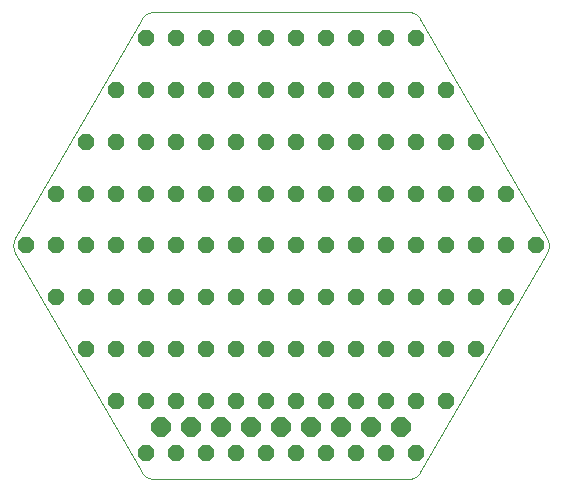
<source format=gbs>
G75*
G70*
%OFA0B0*%
%FSLAX24Y24*%
%IPPOS*%
%LPD*%
%AMOC8*
5,1,8,0,0,1.08239X$1,22.5*
%
%ADD10C,0.0000*%
%ADD11OC8,0.0560*%
%ADD12OC8,0.0640*%
D10*
X004378Y000350D02*
X000167Y007644D01*
X000147Y007683D01*
X000130Y007723D01*
X000117Y007765D01*
X000108Y007807D01*
X000102Y007850D01*
X000100Y007894D01*
X000102Y007938D01*
X000108Y007981D01*
X000117Y008023D01*
X000130Y008065D01*
X000147Y008105D01*
X000167Y008144D01*
X004378Y015438D01*
X004401Y015475D01*
X004428Y015509D01*
X004457Y015542D01*
X004490Y015571D01*
X004524Y015598D01*
X004561Y015621D01*
X004600Y015641D01*
X004640Y015658D01*
X004682Y015671D01*
X004724Y015680D01*
X004767Y015686D01*
X004811Y015688D01*
X013234Y015688D01*
X013667Y015438D02*
X017878Y008144D01*
X017898Y008105D01*
X017915Y008065D01*
X017928Y008023D01*
X017937Y007981D01*
X017943Y007938D01*
X017945Y007894D01*
X017943Y007850D01*
X017937Y007807D01*
X017928Y007765D01*
X017915Y007723D01*
X017898Y007683D01*
X017878Y007644D01*
X013667Y000350D01*
X013234Y000100D02*
X004811Y000100D01*
X004767Y000102D01*
X004724Y000108D01*
X004682Y000117D01*
X004640Y000130D01*
X004600Y000147D01*
X004561Y000167D01*
X004524Y000190D01*
X004490Y000217D01*
X004457Y000246D01*
X004428Y000279D01*
X004401Y000313D01*
X004378Y000350D01*
X013234Y000100D02*
X013278Y000102D01*
X013321Y000108D01*
X013363Y000117D01*
X013405Y000130D01*
X013445Y000147D01*
X013484Y000167D01*
X013521Y000190D01*
X013555Y000217D01*
X013588Y000246D01*
X013617Y000279D01*
X013644Y000313D01*
X013667Y000350D01*
X013667Y015438D02*
X013644Y015475D01*
X013617Y015509D01*
X013588Y015542D01*
X013555Y015571D01*
X013521Y015598D01*
X013484Y015621D01*
X013445Y015641D01*
X013405Y015658D01*
X013363Y015671D01*
X013321Y015680D01*
X013278Y015686D01*
X013234Y015688D01*
D11*
X003523Y002698D03*
X004523Y002698D03*
X005523Y002698D03*
X006523Y002698D03*
X007523Y002698D03*
X008523Y002698D03*
X009523Y002698D03*
X010523Y002698D03*
X011523Y002698D03*
X012523Y002698D03*
X013523Y002698D03*
X014523Y002698D03*
X014523Y004430D03*
X015523Y004430D03*
X015523Y006162D03*
X016523Y006162D03*
X014523Y006162D03*
X013523Y006162D03*
X012523Y006162D03*
X011523Y006162D03*
X010523Y006162D03*
X009523Y006162D03*
X008523Y006162D03*
X007523Y006162D03*
X006523Y006162D03*
X005523Y006162D03*
X004523Y006162D03*
X003523Y006162D03*
X002523Y006162D03*
X001523Y006162D03*
X001523Y007894D03*
X002523Y007894D03*
X003523Y007894D03*
X004523Y007894D03*
X005523Y007894D03*
X006523Y007894D03*
X007523Y007894D03*
X008523Y007894D03*
X009523Y007894D03*
X010523Y007894D03*
X011523Y007894D03*
X012523Y007894D03*
X013523Y007894D03*
X014523Y007894D03*
X015523Y007894D03*
X016523Y007894D03*
X017523Y007894D03*
X016523Y009626D03*
X015523Y009626D03*
X014523Y009626D03*
X013523Y009626D03*
X012523Y009626D03*
X011523Y009626D03*
X010523Y009626D03*
X009523Y009626D03*
X008523Y009626D03*
X007523Y009626D03*
X006523Y009626D03*
X005523Y009626D03*
X004523Y009626D03*
X003523Y009626D03*
X002523Y009626D03*
X001523Y009626D03*
X000523Y007894D03*
X002523Y004430D03*
X003523Y004430D03*
X004523Y004430D03*
X005523Y004430D03*
X006523Y004430D03*
X007523Y004430D03*
X008523Y004430D03*
X009523Y004430D03*
X010523Y004430D03*
X011523Y004430D03*
X012523Y004430D03*
X013523Y004430D03*
X013523Y000966D03*
X012523Y000966D03*
X011523Y000966D03*
X010523Y000966D03*
X009523Y000966D03*
X008523Y000966D03*
X007523Y000966D03*
X006523Y000966D03*
X005523Y000966D03*
X004523Y000966D03*
X004523Y011358D03*
X005523Y011358D03*
X006523Y011358D03*
X007523Y011358D03*
X008523Y011358D03*
X009523Y011358D03*
X010523Y011358D03*
X011523Y011358D03*
X012523Y011358D03*
X013523Y011358D03*
X014523Y011358D03*
X015523Y011358D03*
X014523Y013090D03*
X013523Y013090D03*
X012523Y013090D03*
X011523Y013090D03*
X010523Y013090D03*
X009523Y013090D03*
X008523Y013090D03*
X007523Y013090D03*
X006523Y013090D03*
X005523Y013090D03*
X004523Y013090D03*
X003523Y013090D03*
X003523Y011358D03*
X002523Y011358D03*
X004523Y014822D03*
X005523Y014822D03*
X006523Y014822D03*
X007523Y014822D03*
X008523Y014822D03*
X009523Y014822D03*
X010523Y014822D03*
X011523Y014822D03*
X012523Y014822D03*
X013523Y014822D03*
D12*
X013023Y001850D03*
X012023Y001850D03*
X011023Y001850D03*
X010023Y001850D03*
X009023Y001850D03*
X008023Y001850D03*
X007023Y001850D03*
X006023Y001850D03*
X005023Y001850D03*
M02*

</source>
